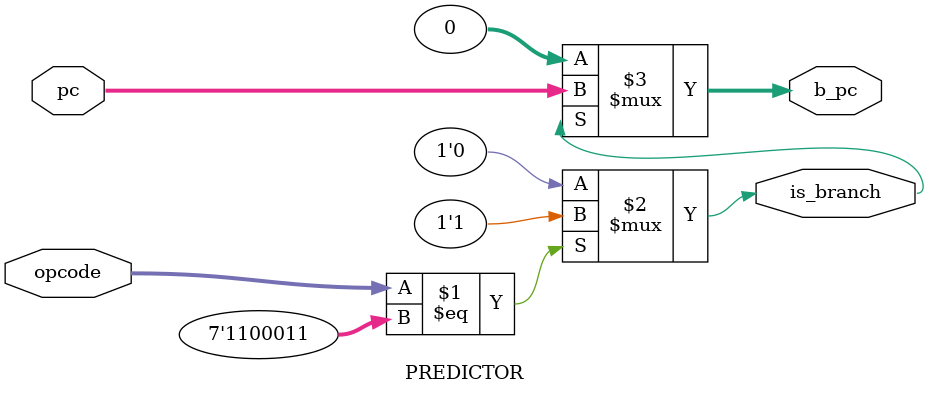
<source format=v>
module PREDICTOR
(   
    input   [6:0]   opcode          ,
    input   [31:0]  pc              ,   // 현재 pc 값
    
    output          is_branch       ,  
    output  [31:0]  b_pc            
);
    
    // Predictor FSM
    
    // Output taken
    assign is_branch = (opcode == 7'b1100011) ? 1'b1 : 1'b0;       // 출력해줌. 이번 명령어는 branch이다!
    assign b_pc = is_branch ? pc : 32'b0;                          // hashing에 맞게 pc를 변형시킴.

endmodule
</source>
